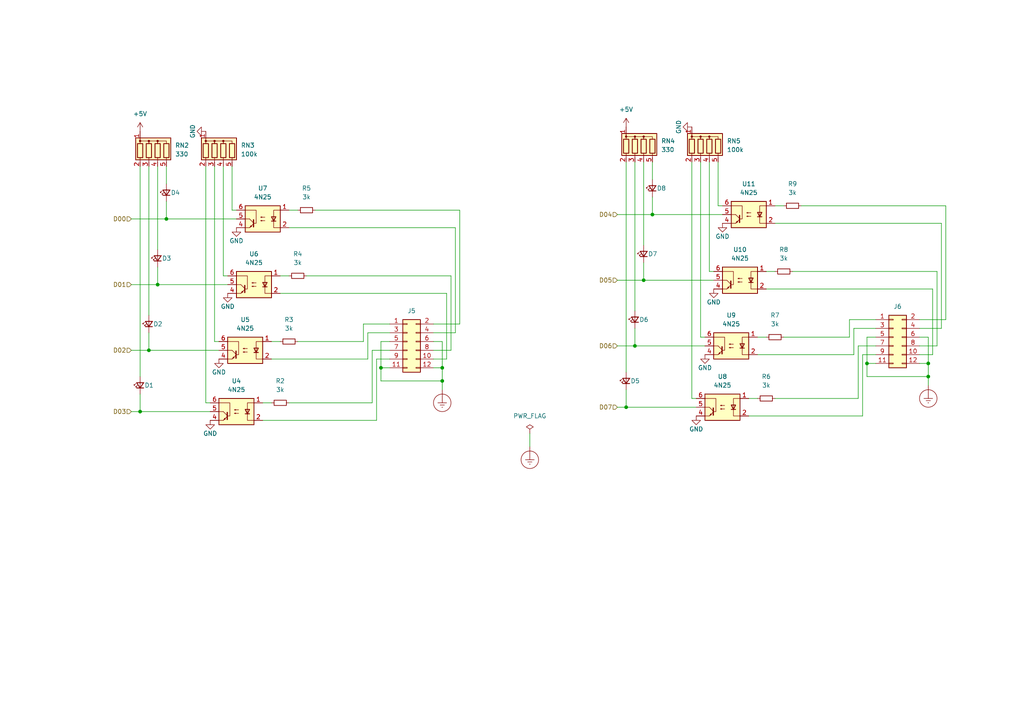
<source format=kicad_sch>
(kicad_sch (version 20211123) (generator eeschema)
  (paper "A4")
  (lib_symbols
    (symbol "Connector_Generic:Conn_02x06_Odd_Even" (pin_names (offset 1.016) hide)
      (property "Reference" "J" (at 1.27 7.62 0))
      (property "Value" "Conn_02x06_Odd_Even" (at 1.27 -10.16 0))
      (symbol "Conn_02x06_Odd_Even_1_1"
        (rectangle (start -1.27 -7.493) (end 0 -7.747) (stroke (width 0.1524)))
        (rectangle (start -1.27 -4.953) (end 0 -5.207) (stroke (width 0.1524)))
        (rectangle (start -1.27 -2.413) (end 0 -2.667) (stroke (width 0.1524)))
        (rectangle (start -1.27 0.127) (end 0 -0.127) (stroke (width 0.1524)))
        (rectangle (start -1.27 2.667) (end 0 2.413) (stroke (width 0.1524)))
        (rectangle (start -1.27 5.207) (end 0 4.953) (stroke (width 0.1524)))
        (rectangle (start -1.27 6.35) (end 3.81 -8.89) (stroke (width 0.254)) (fill (type background)))
        (rectangle (start 3.81 -7.493) (end 2.54 -7.747) (stroke (width 0.1524)))
        (rectangle (start 3.81 -4.953) (end 2.54 -5.207) (stroke (width 0.1524)))
        (rectangle (start 3.81 -2.413) (end 2.54 -2.667) (stroke (width 0.1524)))
        (rectangle (start 3.81 0.127) (end 2.54 -0.127) (stroke (width 0.1524)))
        (rectangle (start 3.81 2.667) (end 2.54 2.413) (stroke (width 0.1524)))
        (rectangle (start 3.81 5.207) (end 2.54 4.953) (stroke (width 0.1524)))
        (pin passive line (at -5.08 5.08 0) (length 3.81) (name "Pin_1") (number "1"))
        (pin passive line (at 7.62 -5.08 180) (length 3.81) (name "Pin_10") (number "10"))
        (pin passive line (at -5.08 -7.62 0) (length 3.81) (name "Pin_11") (number "11"))
        (pin passive line (at 7.62 -7.62 180) (length 3.81) (name "Pin_12") (number "12"))
        (pin passive line (at 7.62 5.08 180) (length 3.81) (name "Pin_2") (number "2"))
        (pin passive line (at -5.08 2.54 0) (length 3.81) (name "Pin_3") (number "3"))
        (pin passive line (at 7.62 2.54 180) (length 3.81) (name "Pin_4") (number "4"))
        (pin passive line (at -5.08 0 0) (length 3.81) (name "Pin_5") (number "5"))
        (pin passive line (at 7.62 0 180) (length 3.81) (name "Pin_6") (number "6"))
        (pin passive line (at -5.08 -2.54 0) (length 3.81) (name "Pin_7") (number "7"))
        (pin passive line (at 7.62 -2.54 180) (length 3.81) (name "Pin_8") (number "8"))
        (pin passive line (at -5.08 -5.08 0) (length 3.81) (name "Pin_9") (number "9"))
      )
    )
    (symbol "Device:LED_Small" (pin_numbers hide) (pin_names (offset 0.254) hide)
      (property "Reference" "D" (at -1.27 3.175 0))
      (property "Value" "LED_Small" (at -4.445 -2.54 0))
      (symbol "LED_Small_0_1"
        (polyline (pts (xy -0.762 -1.016) (xy -0.762 1.016)) (stroke (width 0.254)))
        (polyline (pts (xy 1.016 0) (xy -0.762 0)))
        (polyline (pts (xy 0.762 -1.016) (xy -0.762 0) (xy 0.762 1.016) (xy 0.762 -1.016)) (stroke (width 0.254)))
        (polyline (pts (xy 0 0.762) (xy -0.508 1.27) (xy -0.254 1.27) (xy -0.508 1.27) (xy -0.508 1.016)))
        (polyline (pts (xy 0.508 1.27) (xy 0 1.778) (xy 0.254 1.778) (xy 0 1.778) (xy 0 1.524)))
      )
      (symbol "LED_Small_1_1"
        (pin passive line (at -2.54 0 0) (length 1.778) (name "K") (number "1"))
        (pin passive line (at 2.54 0 180) (length 1.778) (name "A") (number "2"))
      )
    )
    (symbol "Device:R_Network04" (pin_names (offset 0) hide)
      (property "Reference" "RN" (at -7.62 0 90))
      (property "Value" "R_Network04" (at 5.08 0 90))
      (symbol "R_Network04_0_1"
        (rectangle (start -6.35 -3.175) (end 3.81 3.175) (stroke (width 0.254)) (fill (type background)))
        (rectangle (start -5.842 1.524) (end -4.318 -2.54) (stroke (width 0.254)))
        (circle (center -5.08 2.286) (radius 0.254) (fill (type outline)))
        (rectangle (start -3.302 1.524) (end -1.778 -2.54) (stroke (width 0.254)))
        (circle (center -2.54 2.286) (radius 0.254) (fill (type outline)))
        (rectangle (start -0.762 1.524) (end 0.762 -2.54) (stroke (width 0.254)))
        (polyline (pts (xy -5.08 -2.54) (xy -5.08 -3.81)))
        (polyline (pts (xy -2.54 -2.54) (xy -2.54 -3.81)))
        (polyline (pts (xy 0 -2.54) (xy 0 -3.81)))
        (polyline (pts (xy 2.54 -2.54) (xy 2.54 -3.81)))
        (polyline (pts (xy -5.08 1.524) (xy -5.08 2.286) (xy -2.54 2.286) (xy -2.54 1.524)))
        (polyline (pts (xy -2.54 1.524) (xy -2.54 2.286) (xy 0 2.286) (xy 0 1.524)))
        (polyline (pts (xy 0 1.524) (xy 0 2.286) (xy 2.54 2.286) (xy 2.54 1.524)))
        (circle (center 0 2.286) (radius 0.254) (fill (type outline)))
        (rectangle (start 1.778 1.524) (end 3.302 -2.54) (stroke (width 0.254)))
      )
      (symbol "R_Network04_1_1"
        (pin passive line (at -5.08 5.08 270) (length 2.54) (name "common") (number "1"))
        (pin passive line (at -5.08 -5.08 90) (length 1.27) (name "R1") (number "2"))
        (pin passive line (at -2.54 -5.08 90) (length 1.27) (name "R2") (number "3"))
        (pin passive line (at 0 -5.08 90) (length 1.27) (name "R3") (number "4"))
        (pin passive line (at 2.54 -5.08 90) (length 1.27) (name "R4") (number "5"))
      )
    )
    (symbol "Device:R_Small" (pin_numbers hide) (pin_names (offset 0.254) hide)
      (property "Reference" "R" (at 0.762 0.508 0))
      (property "Value" "R_Small" (at 0.762 -1.016 0))
      (symbol "R_Small_0_1"
        (rectangle (start -0.762 1.778) (end 0.762 -1.778) (stroke (width 0.2032)))
      )
      (symbol "R_Small_1_1"
        (pin passive line (at 0 2.54 270) (length 0.762) (name "~") (number "1"))
        (pin passive line (at 0 -2.54 90) (length 0.762) (name "~") (number "2"))
      )
    )
    (symbol "Isolator:4N25" (pin_names (offset 1.016))
      (property "Reference" "U" (at -5.08 5.08 0))
      (property "Value" "4N25" (at 0 5.08 0))
      (symbol "4N25_0_1"
        (rectangle (start -5.08 3.81) (end 5.08 -3.81) (stroke (width 0.254)) (fill (type background)))
        (polyline (pts (xy -3.81 -0.635) (xy -2.54 -0.635)) (stroke (width 0.254)))
        (polyline (pts (xy 2.667 -1.397) (xy 3.81 -2.54)))
        (polyline (pts (xy 2.667 -1.143) (xy 3.81 0)))
        (polyline (pts (xy 3.81 -2.54) (xy 5.08 -2.54)))
        (polyline (pts (xy 3.81 0) (xy 5.08 0)))
        (polyline (pts (xy 2.667 -0.254) (xy 2.667 -2.286) (xy 2.667 -2.286)) (stroke (width 0.3556)))
        (polyline (pts (xy -5.08 -2.54) (xy -3.175 -2.54) (xy -3.175 2.54) (xy -5.08 2.54)))
        (polyline (pts (xy -3.175 -0.635) (xy -3.81 0.635) (xy -2.54 0.635) (xy -3.175 -0.635)) (stroke (width 0.254)))
        (polyline (pts (xy 3.683 -2.413) (xy 3.429 -1.905) (xy 3.175 -2.159) (xy 3.683 -2.413)))
        (polyline (pts (xy 5.08 2.54) (xy 1.905 2.54) (xy 1.905 -1.27) (xy 2.54 -1.27)))
        (polyline (pts (xy -0.635 -0.508) (xy 0.635 -0.508) (xy 0.254 -0.635) (xy 0.254 -0.381) (xy 0.635 -0.508)))
        (polyline (pts (xy -0.635 0.508) (xy 0.635 0.508) (xy 0.254 0.381) (xy 0.254 0.635) (xy 0.635 0.508)))
      )
      (symbol "4N25_1_1"
        (pin passive line (at -7.62 2.54 0) (length 2.54) (name "~") (number "1"))
        (pin passive line (at -7.62 -2.54 0) (length 2.54) (name "~") (number "2"))
        (pin no_connect line (at -5.08 0 0) (length 2.54) hide (name "NC") (number "3"))
        (pin passive line (at 7.62 -2.54 180) (length 2.54) (name "~") (number "4"))
        (pin passive line (at 7.62 0 180) (length 2.54) (name "~") (number "5"))
        (pin passive line (at 7.62 2.54 180) (length 2.54) (name "~") (number "6"))
      )
    )
    (symbol "power:+5V" (power) (pin_names (offset 0))
      (property "Value" "+5V" (at 0 3.556 0))
      (symbol "+5V_0_1"
        (polyline (pts (xy -0.762 1.27) (xy 0 2.54)))
        (polyline (pts (xy 0 0) (xy 0 2.54)))
        (polyline (pts (xy 0 2.54) (xy 0.762 1.27)))
      )
      (symbol "+5V_1_1"
        (pin power_in line (at 0 0 90) (length 0) hide (name "+5V") (number "1"))
      )
    )
    (symbol "power:Earth_Protective" (power) (pin_names (offset 0))
      (symbol "Earth_Protective_0_1"
        (circle (center 0 -3.81) (radius 2.54))
        (polyline (pts (xy -0.635 -4.445) (xy 0.635 -4.445)))
        (polyline (pts (xy -0.127 -5.08) (xy 0.127 -5.08)))
        (polyline (pts (xy 0 -3.81) (xy 0 0)))
        (polyline (pts (xy 1.27 -3.81) (xy -1.27 -3.81)))
      )
      (symbol "Earth_Protective_1_1"
        (pin power_in line (at 0 0 270) (length 0) hide (name "Earth_Protective") (number "1"))
      )
    )
    (symbol "power:GND" (power) (pin_names (offset 0))
      (property "Value" "GND" (at 0 -3.81 0))
      (symbol "GND_0_1"
        (polyline (pts (xy 0 0) (xy 0 -1.27) (xy 1.27 -1.27) (xy 0 -2.54) (xy -1.27 -1.27) (xy 0 -1.27)))
      )
      (symbol "GND_1_1"
        (pin power_in line (at 0 0 270) (length 0) hide (name "GND") (number "1"))
      )
    )
    (symbol "power:PWR_FLAG" (power) (pin_numbers hide) (pin_names (offset 0) hide)
      (property "Value" "PWR_FLAG" (at 0 3.81 0))
      (symbol "PWR_FLAG_0_0"
        (pin power_out line (at 0 0 90) (length 0) (name "pwr") (number "1"))
      )
      (symbol "PWR_FLAG_0_1"
        (polyline (pts (xy 0 0) (xy 0 1.27) (xy -1.016 1.905) (xy 0 2.54) (xy 1.016 1.905) (xy 0 1.27)))
      )
    )
  )
  (junction (at 128.27 110.49))
  (junction (at 184.15 100.33))
  (junction (at 128.27 106.68))
  (junction (at 189.23 62.23))
  (junction (at 186.69 81.28))
  (junction (at 269.24 105.41))
  (junction (at 251.46 105.41))
  (junction (at 45.72 82.55))
  (junction (at 110.49 106.68))
  (junction (at 40.64 119.38))
  (junction (at 48.26 63.5))
  (junction (at 43.18 101.6))
  (junction (at 181.61 118.11))
  (junction (at 269.24 109.22))
  (wire (pts (xy 110.49 99.06) (xy 110.49 106.68)))
  (wire (pts (xy 269.24 97.79) (xy 269.24 105.41)))
  (wire (pts (xy 62.23 48.26) (xy 62.23 99.06)))
  (wire (pts (xy 251.46 109.22) (xy 269.24 109.22)))
  (wire (pts (xy 181.61 113.03) (xy 181.61 118.11)))
  (wire (pts (xy 113.03 99.06) (xy 110.49 99.06)))
  (wire (pts (xy 128.27 106.68) (xy 125.73 106.68)))
  (wire (pts (xy 125.73 99.06) (xy 128.27 99.06)))
  (wire (pts (xy 254 92.71) (xy 246.38 92.71)))
  (wire (pts (xy 83.82 116.84) (xy 107.95 116.84)))
  (wire (pts (xy 43.18 101.6) (xy 63.5 101.6)))
  (wire (pts (xy 129.54 85.09) (xy 129.54 104.14)))
  (wire (pts (xy 83.82 60.96) (xy 86.36 60.96)))
  (wire (pts (xy 189.23 46.99) (xy 189.23 52.07)))
  (wire (pts (xy 200.66 115.57) (xy 201.93 115.57)))
  (wire (pts (xy 219.71 102.87) (xy 247.65 102.87)))
  (wire (pts (xy 78.74 104.14) (xy 106.68 104.14)))
  (wire (pts (xy 274.32 59.69) (xy 274.32 92.71)))
  (wire (pts (xy 271.78 78.74) (xy 271.78 100.33)))
  (wire (pts (xy 251.46 97.79) (xy 251.46 105.41)))
  (wire (pts (xy 208.28 59.69) (xy 209.55 59.69)))
  (wire (pts (xy 106.68 96.52) (xy 106.68 104.14)))
  (wire (pts (xy 205.74 46.99) (xy 205.74 78.74)))
  (wire (pts (xy 38.1 63.5) (xy 48.26 63.5)))
  (wire (pts (xy 128.27 99.06) (xy 128.27 106.68)))
  (wire (pts (xy 86.36 99.06) (xy 105.41 99.06)))
  (wire (pts (xy 270.51 102.87) (xy 266.7 102.87)))
  (wire (pts (xy 38.1 101.6) (xy 43.18 101.6)))
  (wire (pts (xy 248.92 100.33) (xy 248.92 115.57)))
  (wire (pts (xy 76.2 121.92) (xy 109.22 121.92)))
  (wire (pts (xy 113.03 93.98) (xy 105.41 93.98)))
  (wire (pts (xy 107.95 101.6) (xy 107.95 116.84)))
  (wire (pts (xy 45.72 48.26) (xy 45.72 72.39)))
  (wire (pts (xy 59.69 116.84) (xy 60.96 116.84)))
  (wire (pts (xy 130.81 80.01) (xy 130.81 101.6)))
  (wire (pts (xy 48.26 58.42) (xy 48.26 63.5)))
  (wire (pts (xy 269.24 109.22) (xy 269.24 111.76)))
  (wire (pts (xy 224.79 115.57) (xy 248.92 115.57)))
  (wire (pts (xy 217.17 115.57) (xy 219.71 115.57)))
  (wire (pts (xy 269.24 105.41) (xy 269.24 109.22)))
  (wire (pts (xy 45.72 77.47) (xy 45.72 82.55)))
  (wire (pts (xy 271.78 100.33) (xy 266.7 100.33)))
  (wire (pts (xy 266.7 97.79) (xy 269.24 97.79)))
  (wire (pts (xy 181.61 118.11) (xy 201.93 118.11)))
  (wire (pts (xy 113.03 104.14) (xy 109.22 104.14)))
  (wire (pts (xy 200.66 46.99) (xy 200.66 115.57)))
  (wire (pts (xy 273.05 95.25) (xy 266.7 95.25)))
  (wire (pts (xy 189.23 62.23) (xy 209.55 62.23)))
  (wire (pts (xy 273.05 64.77) (xy 273.05 95.25)))
  (wire (pts (xy 132.08 66.04) (xy 132.08 96.52)))
  (wire (pts (xy 40.64 48.26) (xy 40.64 109.22)))
  (wire (pts (xy 91.44 60.96) (xy 133.35 60.96)))
  (wire (pts (xy 83.82 66.04) (xy 132.08 66.04)))
  (wire (pts (xy 48.26 63.5) (xy 68.58 63.5)))
  (wire (pts (xy 246.38 92.71) (xy 246.38 97.79)))
  (wire (pts (xy 179.07 81.28) (xy 186.69 81.28)))
  (wire (pts (xy 105.41 93.98) (xy 105.41 99.06)))
  (wire (pts (xy 113.03 96.52) (xy 106.68 96.52)))
  (wire (pts (xy 64.77 80.01) (xy 66.04 80.01)))
  (wire (pts (xy 229.87 78.74) (xy 271.78 78.74)))
  (wire (pts (xy 64.77 48.26) (xy 64.77 80.01)))
  (wire (pts (xy 270.51 83.82) (xy 270.51 102.87)))
  (wire (pts (xy 203.2 97.79) (xy 204.47 97.79)))
  (wire (pts (xy 88.9 80.01) (xy 130.81 80.01)))
  (wire (pts (xy 128.27 110.49) (xy 128.27 113.03)))
  (wire (pts (xy 219.71 97.79) (xy 222.25 97.79)))
  (wire (pts (xy 181.61 46.99) (xy 181.61 107.95)))
  (wire (pts (xy 227.33 97.79) (xy 246.38 97.79)))
  (wire (pts (xy 203.2 46.99) (xy 203.2 97.79)))
  (wire (pts (xy 186.69 81.28) (xy 207.01 81.28)))
  (wire (pts (xy 179.07 100.33) (xy 184.15 100.33)))
  (wire (pts (xy 247.65 95.25) (xy 247.65 102.87)))
  (wire (pts (xy 224.79 64.77) (xy 273.05 64.77)))
  (wire (pts (xy 184.15 46.99) (xy 184.15 90.17)))
  (wire (pts (xy 186.69 46.99) (xy 186.69 71.12)))
  (wire (pts (xy 59.69 48.26) (xy 59.69 116.84)))
  (wire (pts (xy 224.79 59.69) (xy 227.33 59.69)))
  (wire (pts (xy 254 102.87) (xy 250.19 102.87)))
  (wire (pts (xy 128.27 106.68) (xy 128.27 110.49)))
  (wire (pts (xy 43.18 48.26) (xy 43.18 91.44)))
  (wire (pts (xy 153.67 125.73) (xy 153.67 129.54)))
  (wire (pts (xy 129.54 104.14) (xy 125.73 104.14)))
  (wire (pts (xy 133.35 60.96) (xy 133.35 93.98)))
  (wire (pts (xy 40.64 114.3) (xy 40.64 119.38)))
  (wire (pts (xy 81.28 80.01) (xy 83.82 80.01)))
  (wire (pts (xy 208.28 46.99) (xy 208.28 59.69)))
  (wire (pts (xy 251.46 105.41) (xy 251.46 109.22)))
  (wire (pts (xy 251.46 105.41) (xy 254 105.41)))
  (wire (pts (xy 254 95.25) (xy 247.65 95.25)))
  (wire (pts (xy 38.1 119.38) (xy 40.64 119.38)))
  (wire (pts (xy 40.64 119.38) (xy 60.96 119.38)))
  (wire (pts (xy 132.08 96.52) (xy 125.73 96.52)))
  (wire (pts (xy 130.81 101.6) (xy 125.73 101.6)))
  (wire (pts (xy 110.49 106.68) (xy 110.49 110.49)))
  (wire (pts (xy 179.07 62.23) (xy 189.23 62.23)))
  (wire (pts (xy 205.74 78.74) (xy 207.01 78.74)))
  (wire (pts (xy 232.41 59.69) (xy 274.32 59.69)))
  (wire (pts (xy 184.15 100.33) (xy 204.47 100.33)))
  (wire (pts (xy 113.03 101.6) (xy 107.95 101.6)))
  (wire (pts (xy 250.19 102.87) (xy 250.19 120.65)))
  (wire (pts (xy 67.31 48.26) (xy 67.31 60.96)))
  (wire (pts (xy 186.69 76.2) (xy 186.69 81.28)))
  (wire (pts (xy 269.24 105.41) (xy 266.7 105.41)))
  (wire (pts (xy 109.22 104.14) (xy 109.22 121.92)))
  (wire (pts (xy 254 100.33) (xy 248.92 100.33)))
  (wire (pts (xy 179.07 118.11) (xy 181.61 118.11)))
  (wire (pts (xy 222.25 83.82) (xy 270.51 83.82)))
  (wire (pts (xy 254 97.79) (xy 251.46 97.79)))
  (wire (pts (xy 110.49 106.68) (xy 113.03 106.68)))
  (wire (pts (xy 78.74 99.06) (xy 81.28 99.06)))
  (wire (pts (xy 222.25 78.74) (xy 224.79 78.74)))
  (wire (pts (xy 48.26 48.26) (xy 48.26 53.34)))
  (wire (pts (xy 274.32 92.71) (xy 266.7 92.71)))
  (wire (pts (xy 189.23 57.15) (xy 189.23 62.23)))
  (wire (pts (xy 217.17 120.65) (xy 250.19 120.65)))
  (wire (pts (xy 43.18 96.52) (xy 43.18 101.6)))
  (wire (pts (xy 38.1 82.55) (xy 45.72 82.55)))
  (wire (pts (xy 62.23 99.06) (xy 63.5 99.06)))
  (wire (pts (xy 110.49 110.49) (xy 128.27 110.49)))
  (wire (pts (xy 133.35 93.98) (xy 125.73 93.98)))
  (wire (pts (xy 184.15 95.25) (xy 184.15 100.33)))
  (wire (pts (xy 81.28 85.09) (xy 129.54 85.09)))
  (wire (pts (xy 67.31 60.96) (xy 68.58 60.96)))
  (wire (pts (xy 76.2 116.84) (xy 78.74 116.84)))
  (wire (pts (xy 45.72 82.55) (xy 66.04 82.55)))
  (hierarchical_label "D02" (shape input) (at 38.1 101.6 180))
  (hierarchical_label "D04" (shape input) (at 179.07 62.23 180))
  (hierarchical_label "D06" (shape input) (at 179.07 100.33 180))
  (hierarchical_label "D07" (shape input) (at 179.07 118.11 180))
  (hierarchical_label "D00" (shape input) (at 38.1 63.5 180))
  (hierarchical_label "D05" (shape input) (at 179.07 81.28 180))
  (hierarchical_label "D01" (shape input) (at 38.1 82.55 180))
  (hierarchical_label "D03" (shape input) (at 38.1 119.38 180))
  (symbol (lib_id "power:Earth_Protective") (at 153.67 129.54 0) (unit 1)
    (property "Reference" "#PWR024" (effects hide))
    (property "Value" "Earth_Protective" (effects hide))
  )
  (symbol (lib_id "power:GND") (at 204.47 102.87 0) (unit 1)
    (property "Reference" "#PWR028" (effects hide))
    (property "Value" "GND" (at 204.47 106.68 0))
  )
  (symbol (lib_id "power:GND") (at 209.55 64.77 0) (unit 1)
    (property "Reference" "#PWR030" (effects hide))
    (property "Value" "GND" (at 209.55 68.58 0))
  )
  (symbol (lib_id "Connector_Generic:Conn_02x06_Odd_Even") (at 259.08 97.79 0) (unit 1)
    (property "Reference" "J6" (at 260.35 88.9 0))
    (property "Value" "Conn_02x06_Odd_Even" (effects hide))
  )
  (symbol (lib_id "Device:LED_Small") (at 43.18 93.98 90) (unit 1)
    (property "Reference" "D2" (at 44.45 93.98 90) (effects (justify right)))
    (property "Value" "LED_Small" (effects hide))
  )
  (symbol (lib_id "Device:R_Small") (at 222.25 115.57 90) (unit 1)
    (property "Reference" "R6" (at 222.25 109.22 90))
    (property "Value" "3k" (at 222.25 111.76 90))
  )
  (symbol (lib_id "power:GND") (at 59.69 38.1 270) (unit 1)
    (property "Reference" "#PWR018" (effects hide))
    (property "Value" "GND" (at 55.88 38.1 0))
  )
  (symbol (lib_id "Device:R_Small") (at 83.82 99.06 90) (unit 1)
    (property "Reference" "R3" (at 83.82 92.71 90))
    (property "Value" "3k" (at 83.82 95.25 90))
  )
  (symbol (lib_id "power:+5V") (at 40.64 38.1 0) (unit 1)
    (property "Reference" "#PWR017" (effects hide))
    (property "Value" "+5V" (at 40.64 33.02 0))
  )
  (symbol (lib_id "Device:LED_Small") (at 45.72 74.93 90) (unit 1)
    (property "Reference" "D3" (at 46.99 74.93 90) (effects (justify right)))
    (property "Value" "LED_Small" (effects hide))
  )
  (symbol (lib_id "Isolator:4N25") (at 214.63 81.28 0) (mirror y) (unit 1)
    (property "Reference" "U10" (at 214.63 72.39 0))
    (property "Value" "4N25" (at 214.63 74.93 0))
    (property "Footprint" "Package_DIP:DIP-6_W7.62mm" (effects hide))
    (property "Datasheet" "https://www.vishay.com/docs/83725/4n25.pdf" (effects hide))
  )
  (symbol (lib_id "power:Earth_Protective") (at 269.24 111.76 0) (unit 1)
    (property "Reference" "#PWR031" (effects hide))
    (property "Value" "Earth_Protective" (effects hide))
  )
  (symbol (lib_id "Device:R_Network04") (at 45.72 43.18 0) (unit 1)
    (property "Reference" "RN2" (at 50.8 42.1639 0) (effects (justify left)))
    (property "Value" "330" (at 50.8 44.7039 0) (effects (justify left)))
    (property "Footprint" "Resistor_THT:R_Array_SIP5" (effects hide))
    (property "Datasheet" "http://www.vishay.com/docs/31509/csc.pdf" (effects hide))
  )
  (symbol (lib_id "Device:LED_Small") (at 186.69 73.66 90) (unit 1)
    (property "Reference" "D7" (at 187.96 73.66 90) (effects (justify right)))
    (property "Value" "LED_Small" (effects hide))
  )
  (symbol (lib_id "power:+5V") (at 181.61 36.83 0) (unit 1)
    (property "Reference" "#PWR025" (effects hide))
    (property "Value" "+5V" (at 181.61 31.75 0))
  )
  (symbol (lib_id "power:GND") (at 200.66 36.83 270) (unit 1)
    (property "Reference" "#PWR026" (effects hide))
    (property "Value" "GND" (at 196.85 36.83 0))
  )
  (symbol (lib_id "Device:LED_Small") (at 189.23 54.61 90) (unit 1)
    (property "Reference" "D8" (at 190.5 54.61 90) (effects (justify right)))
    (property "Value" "LED_Small" (effects hide))
  )
  (symbol (lib_id "Device:R_Network04") (at 186.69 41.91 0) (unit 1)
    (property "Reference" "RN4" (at 191.77 40.8939 0) (effects (justify left)))
    (property "Value" "330" (at 191.77 43.4339 0) (effects (justify left)))
    (property "Footprint" "Resistor_THT:R_Array_SIP5" (effects hide))
    (property "Datasheet" "http://www.vishay.com/docs/31509/csc.pdf" (effects hide))
  )
  (symbol (lib_id "Device:R_Small") (at 229.87 59.69 90) (unit 1)
    (property "Reference" "R9" (at 229.87 53.34 90))
    (property "Value" "3k" (at 229.87 55.88 90))
  )
  (symbol (lib_id "power:GND") (at 63.5 104.14 0) (unit 1)
    (property "Reference" "#PWR020" (effects hide))
    (property "Value" "GND" (at 63.5 107.95 0))
  )
  (symbol (lib_id "Isolator:4N25") (at 217.17 62.23 0) (mirror y) (unit 1)
    (property "Reference" "U11" (at 217.17 53.34 0))
    (property "Value" "4N25" (at 217.17 55.88 0))
    (property "Footprint" "Package_DIP:DIP-6_W7.62mm" (effects hide))
    (property "Datasheet" "https://www.vishay.com/docs/83725/4n25.pdf" (effects hide))
  )
  (symbol (lib_id "Device:LED_Small") (at 40.64 111.76 90) (unit 1)
    (property "Reference" "D1" (at 41.91 111.76 90) (effects (justify right)))
    (property "Value" "LED_Small" (effects hide))
  )
  (symbol (lib_id "Device:R_Small") (at 86.36 80.01 90) (unit 1)
    (property "Reference" "R4" (at 86.36 73.66 90))
    (property "Value" "3k" (at 86.36 76.2 90))
  )
  (symbol (lib_id "power:PWR_FLAG") (at 153.67 125.73 0) (unit 1)
    (property "Reference" "#FLG03" (effects hide))
    (property "Value" "PWR_FLAG" (at 153.67 120.65 0))
  )
  (symbol (lib_id "Isolator:4N25") (at 76.2 63.5 0) (mirror y) (unit 1)
    (property "Reference" "U7" (at 76.2 54.61 0))
    (property "Value" "4N25" (at 76.2 57.15 0))
    (property "Footprint" "Package_DIP:DIP-6_W7.62mm" (effects hide))
    (property "Datasheet" "https://www.vishay.com/docs/83725/4n25.pdf" (effects hide))
  )
  (symbol (lib_id "Device:R_Small") (at 81.28 116.84 90) (unit 1)
    (property "Reference" "R2" (at 81.28 110.49 90))
    (property "Value" "3k" (at 81.28 113.03 90))
  )
  (symbol (lib_id "Device:R_Small") (at 224.79 97.79 90) (unit 1)
    (property "Reference" "R7" (at 224.79 91.44 90))
    (property "Value" "3k" (at 224.79 93.98 90))
  )
  (symbol (lib_id "power:GND") (at 68.58 66.04 0) (unit 1)
    (property "Reference" "#PWR022" (effects hide))
    (property "Value" "GND" (at 68.58 69.85 0))
  )
  (symbol (lib_id "Isolator:4N25") (at 212.09 100.33 0) (mirror y) (unit 1)
    (property "Reference" "U9" (at 212.09 91.44 0))
    (property "Value" "4N25" (at 212.09 93.98 0))
    (property "Footprint" "Package_DIP:DIP-6_W7.62mm" (effects hide))
    (property "Datasheet" "https://www.vishay.com/docs/83725/4n25.pdf" (effects hide))
  )
  (symbol (lib_id "Device:R_Small") (at 227.33 78.74 90) (unit 1)
    (property "Reference" "R8" (at 227.33 72.39 90))
    (property "Value" "3k" (at 227.33 74.93 90))
  )
  (symbol (lib_id "Isolator:4N25") (at 209.55 118.11 0) (mirror y) (unit 1)
    (property "Reference" "U8" (at 209.55 109.22 0))
    (property "Value" "4N25" (at 209.55 111.76 0))
    (property "Footprint" "Package_DIP:DIP-6_W7.62mm" (effects hide))
    (property "Datasheet" "https://www.vishay.com/docs/83725/4n25.pdf" (effects hide))
  )
  (symbol (lib_id "Device:R_Network04") (at 205.74 41.91 0) (unit 1)
    (property "Reference" "RN5" (at 210.82 40.8939 0) (effects (justify left)))
    (property "Value" "100k" (at 210.82 43.4339 0) (effects (justify left)))
    (property "Footprint" "Resistor_THT:R_Array_SIP5" (effects hide))
    (property "Datasheet" "http://www.vishay.com/docs/31509/csc.pdf" (effects hide))
  )
  (symbol (lib_id "Device:LED_Small") (at 181.61 110.49 90) (unit 1)
    (property "Reference" "D5" (at 182.88 110.49 90) (effects (justify right)))
    (property "Value" "LED_Small" (effects hide))
  )
  (symbol (lib_id "power:GND") (at 207.01 83.82 0) (unit 1)
    (property "Reference" "#PWR029" (effects hide))
    (property "Value" "GND" (at 207.01 87.63 0))
  )
  (symbol (lib_id "Device:LED_Small") (at 48.26 55.88 90) (unit 1)
    (property "Reference" "D4" (at 49.53 55.88 90) (effects (justify right)))
    (property "Value" "LED_Small" (effects hide))
  )
  (symbol (lib_id "power:GND") (at 66.04 85.09 0) (unit 1)
    (property "Reference" "#PWR021" (effects hide))
    (property "Value" "GND" (at 66.04 88.9 0))
  )
  (symbol (lib_id "Device:R_Small") (at 88.9 60.96 90) (unit 1)
    (property "Reference" "R5" (at 88.9 54.61 90))
    (property "Value" "3k" (at 88.9 57.15 90))
  )
  (symbol (lib_id "Device:LED_Small") (at 184.15 92.71 90) (unit 1)
    (property "Reference" "D6" (at 185.42 92.71 90) (effects (justify right)))
    (property "Value" "LED_Small" (effects hide))
  )
  (symbol (lib_id "power:Earth_Protective") (at 128.27 113.03 0) (unit 1)
    (property "Reference" "#PWR023" (effects hide))
    (property "Value" "Earth_Protective" (effects hide))
  )
  (symbol (lib_id "Isolator:4N25") (at 71.12 101.6 0) (mirror y) (unit 1)
    (property "Reference" "U5" (at 71.12 92.71 0))
    (property "Value" "4N25" (at 71.12 95.25 0))
    (property "Footprint" "Package_DIP:DIP-6_W7.62mm" (effects hide))
    (property "Datasheet" "https://www.vishay.com/docs/83725/4n25.pdf" (effects hide))
  )
  (symbol (lib_id "Connector_Generic:Conn_02x06_Odd_Even") (at 118.11 99.06 0) (unit 1)
    (property "Reference" "J5" (at 119.38 90.17 0))
    (property "Value" "Conn_02x06_Odd_Even" (effects hide))
  )
  (symbol (lib_id "power:GND") (at 60.96 121.92 0) (unit 1)
    (property "Reference" "#PWR019" (effects hide))
    (property "Value" "GND" (at 60.96 125.73 0))
  )
  (symbol (lib_id "power:GND") (at 201.93 120.65 0) (unit 1)
    (property "Reference" "#PWR027" (effects hide))
    (property "Value" "GND" (at 201.93 124.46 0))
  )
  (symbol (lib_id "Device:R_Network04") (at 64.77 43.18 0) (unit 1)
    (property "Reference" "RN3" (at 69.85 42.1639 0) (effects (justify left)))
    (property "Value" "100k" (at 69.85 44.7039 0) (effects (justify left)))
    (property "Footprint" "Resistor_THT:R_Array_SIP5" (effects hide))
    (property "Datasheet" "http://www.vishay.com/docs/31509/csc.pdf" (effects hide))
  )
  (symbol (lib_id "Isolator:4N25") (at 68.58 119.38 0) (mirror y) (unit 1)
    (property "Reference" "U4" (at 68.58 110.49 0))
    (property "Value" "4N25" (at 68.58 113.03 0))
    (property "Footprint" "Package_DIP:DIP-6_W7.62mm" (effects hide))
    (property "Datasheet" "https://www.vishay.com/docs/83725/4n25.pdf" (effects hide))
  )
  (symbol (lib_id "Isolator:4N25") (at 73.66 82.55 0) (mirror y) (unit 1)
    (property "Reference" "U6" (at 73.66 73.66 0))
    (property "Value" "4N25" (at 73.66 76.2 0))
    (property "Footprint" "Package_DIP:DIP-6_W7.62mm" (effects hide))
    (property "Datasheet" "https://www.vishay.com/docs/83725/4n25.pdf" (effects hide))
  )
)
</source>
